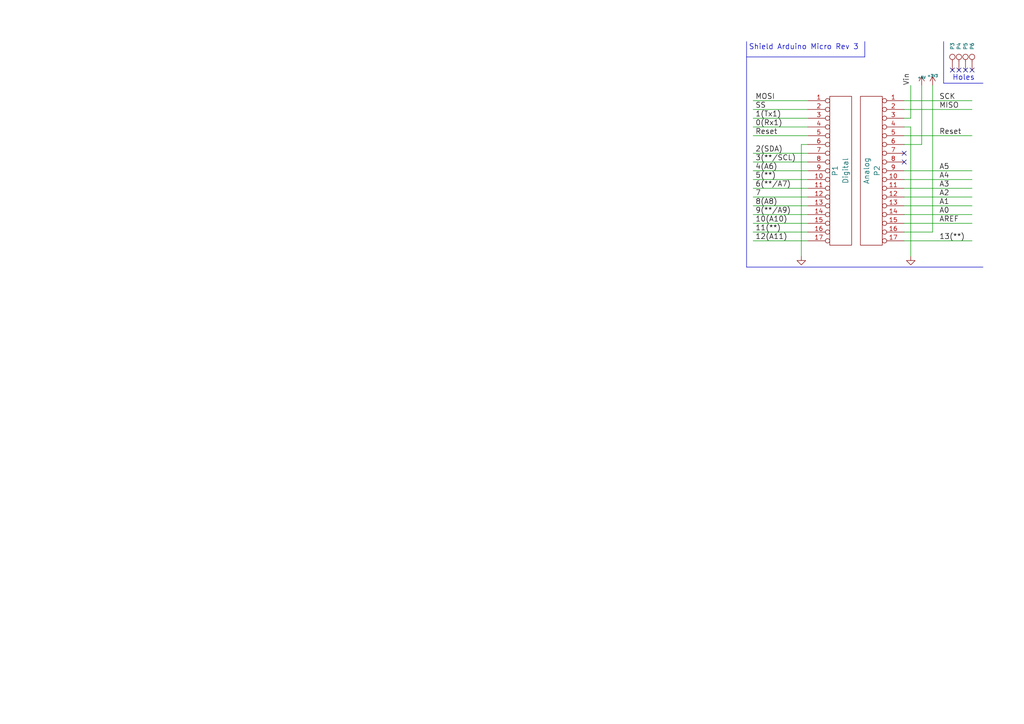
<source format=kicad_sch>
(kicad_sch (version 20230121) (generator eeschema)
  (paper "A4")
  (title_block (date "sam. 04 avril 2015"))
  (lib_symbols
    (symbol "Arduino_Micro-rescue:+3.3V" (power) (pin_names (offset 0))
      (property "Value" "+3.3V" (at 0 3.556 0))
      (symbol "+3.3V_0_1"
        (polyline (pts (xy -0.762 1.27) (xy 0 2.54)))
        (polyline (pts (xy 0 0) (xy 0 2.54)))
        (polyline (pts (xy 0 2.54) (xy 0.762 1.27)))
      )
      (symbol "+3.3V_1_1"
        (pin power_in line (at 0 0 90) (length 0) hide (name "+3V3") (number "1"))
      )
    )
    (symbol "Arduino_Micro-rescue:+5V" (power) (pin_names (offset 0))
      (property "Value" "+5V" (at 0 3.556 0))
      (symbol "+5V_0_1"
        (polyline (pts (xy -0.762 1.27) (xy 0 2.54)))
        (polyline (pts (xy 0 0) (xy 0 2.54)))
        (polyline (pts (xy 0 2.54) (xy 0.762 1.27)))
      )
      (symbol "+5V_1_1"
        (pin power_in line (at 0 0 90) (length 0) hide (name "+5V") (number "1"))
      )
    )
    (symbol "Arduino_Micro-rescue:CONN_1" (pin_numbers hide) (pin_names (offset 0.762) hide)
      (property "Reference" "P" (at 2.032 0 0))
      (symbol "CONN_1_0_1"
        (polyline (pts (xy -0.762 0) (xy -1.27 0)))
        (circle (center 0 0) (radius 0.7874))
      )
      (symbol "CONN_1_1_1"
        (pin passive line (at -3.81 0 0) (length 2.54) (name "1") (number "1"))
      )
    )
    (symbol "Arduino_Micro-rescue:CONN_17" (pin_names (offset 1.016) hide)
      (property "Reference" "P" (at -1.016 0 90))
      (property "Value" "CONN_17" (at 2.032 0 90))
      (symbol "CONN_17_0_1"
        (rectangle (start -2.54 21.59) (end 3.81 -21.59))
      )
      (symbol "CONN_17_1_1"
        (pin passive inverted (at -8.89 20.32 0) (length 6.35) (name "P1") (number "1"))
        (pin passive inverted (at -8.89 -2.54 0) (length 6.35) (name "P10") (number "10"))
        (pin passive inverted (at -8.89 -5.08 0) (length 6.35) (name "P11") (number "11"))
        (pin passive inverted (at -8.89 -7.62 0) (length 6.35) (name "P12") (number "12"))
        (pin passive inverted (at -8.89 -10.16 0) (length 6.35) (name "P13") (number "13"))
        (pin passive inverted (at -8.89 -12.7 0) (length 6.35) (name "P14") (number "14"))
        (pin passive inverted (at -8.89 -15.24 0) (length 6.35) (name "P15") (number "15"))
        (pin passive inverted (at -8.89 -17.78 0) (length 6.35) (name "P16") (number "16"))
        (pin passive inverted (at -8.89 -20.32 0) (length 6.35) (name "P17") (number "17"))
        (pin passive inverted (at -8.89 17.78 0) (length 6.35) (name "P2") (number "2"))
        (pin passive inverted (at -8.89 15.24 0) (length 6.35) (name "P3") (number "3"))
        (pin passive inverted (at -8.89 12.7 0) (length 6.35) (name "P4") (number "4"))
        (pin passive inverted (at -8.89 10.16 0) (length 6.35) (name "P5") (number "5"))
        (pin passive inverted (at -8.89 7.62 0) (length 6.35) (name "P6") (number "6"))
        (pin passive inverted (at -8.89 5.08 0) (length 6.35) (name "P7") (number "7"))
        (pin passive inverted (at -8.89 2.54 0) (length 6.35) (name "P8") (number "8"))
        (pin passive inverted (at -8.89 0 0) (length 6.35) (name "P9") (number "9"))
      )
    )
    (symbol "Arduino_Micro-rescue:GND" (power) (pin_names (offset 0))
      (property "Value" "GND" (at 0 -3.81 0))
      (symbol "GND_0_1"
        (polyline (pts (xy 0 0) (xy 0 -1.27) (xy 1.27 -1.27) (xy 0 -2.54) (xy -1.27 -1.27) (xy 0 -1.27)))
      )
      (symbol "GND_1_1"
        (pin power_in line (at 0 0 270) (length 0) hide (name "GND") (number "1"))
      )
    )
  )
  (no_connect (at 281.94 20.32))
  (no_connect (at 262.255 44.45))
  (no_connect (at 276.225 20.32))
  (no_connect (at 278.13 20.32))
  (no_connect (at 262.255 46.99))
  (no_connect (at 280.035 20.32))
  (wire (pts (xy 218.44 29.21) (xy 234.315 29.21)))
  (wire (pts (xy 218.44 52.07) (xy 234.315 52.07)))
  (wire (pts (xy 267.335 24.765) (xy 267.335 41.91)))
  (wire (pts (xy 262.255 39.37) (xy 281.94 39.37)))
  (wire (pts (xy 262.255 36.83) (xy 264.16 36.83)))
  (wire (pts (xy 218.44 64.77) (xy 234.315 64.77)))
  (wire (pts (xy 262.255 54.61) (xy 281.94 54.61)))
  (polyline (pts (xy 273.685 12.065) (xy 273.685 24.13)))
  (wire (pts (xy 262.255 29.21) (xy 281.94 29.21)))
  (wire (pts (xy 264.16 36.83) (xy 264.16 74.295)))
  (wire (pts (xy 218.44 69.85) (xy 234.315 69.85)))
  (wire (pts (xy 218.44 31.75) (xy 234.315 31.75)))
  (wire (pts (xy 232.41 41.91) (xy 234.315 41.91)))
  (wire (pts (xy 218.44 44.45) (xy 234.315 44.45)))
  (wire (pts (xy 270.51 24.765) (xy 270.51 67.31)))
  (polyline (pts (xy 273.685 24.13) (xy 285.115 24.13)))
  (wire (pts (xy 264.16 34.29) (xy 262.255 34.29)))
  (wire (pts (xy 218.44 59.69) (xy 234.315 59.69)))
  (wire (pts (xy 218.44 49.53) (xy 234.315 49.53)))
  (wire (pts (xy 218.44 62.23) (xy 234.315 62.23)))
  (wire (pts (xy 218.44 54.61) (xy 234.315 54.61)))
  (wire (pts (xy 262.255 49.53) (xy 281.94 49.53)))
  (wire (pts (xy 262.255 64.77) (xy 281.94 64.77)))
  (wire (pts (xy 262.255 31.75) (xy 281.94 31.75)))
  (wire (pts (xy 270.51 67.31) (xy 262.255 67.31)))
  (polyline (pts (xy 216.535 77.47) (xy 216.535 12.065)))
  (wire (pts (xy 218.44 57.15) (xy 234.315 57.15)))
  (wire (pts (xy 262.255 57.15) (xy 281.94 57.15)))
  (wire (pts (xy 218.44 36.83) (xy 234.315 36.83)))
  (polyline (pts (xy 216.535 16.51) (xy 250.825 16.51)))
  (wire (pts (xy 218.44 67.31) (xy 234.315 67.31)))
  (wire (pts (xy 218.44 34.29) (xy 234.315 34.29)))
  (wire (pts (xy 218.44 46.99) (xy 234.315 46.99)))
  (wire (pts (xy 267.335 41.91) (xy 262.255 41.91)))
  (wire (pts (xy 262.255 69.85) (xy 281.94 69.85)))
  (wire (pts (xy 262.255 62.23) (xy 281.94 62.23)))
  (polyline (pts (xy 285.115 77.47) (xy 216.535 77.47)))
  (polyline (pts (xy 250.825 16.51) (xy 250.825 12.065)))
  (wire (pts (xy 218.44 39.37) (xy 234.315 39.37)))
  (wire (pts (xy 262.255 52.07) (xy 281.94 52.07)))
  (wire (pts (xy 264.16 24.765) (xy 264.16 34.29)))
  (wire (pts (xy 232.41 41.91) (xy 232.41 74.295)))
  (wire (pts (xy 262.255 59.69) (xy 281.94 59.69)))
  (text "Holes" (at 276.225 23.495 0) (effects (font (size 1.524 1.524)) (justify left bottom)))
  (text "Shield Arduino Micro Rev 3" (at 217.17 14.605 0) (effects (font (size 1.524 1.524)) (justify left bottom)))
  (label "7" (at 219.075 57.15 0) (effects (font (size 1.524 1.524))))
  (label "Vin" (at 264.16 24.765 90) (effects (font (size 1.524 1.524))))
  (label "Reset" (at 272.415 39.37 0) (effects (font (size 1.524 1.524))))
  (label "A4" (at 272.415 52.07 0) (effects (font (size 1.524 1.524))))
  (label "A1" (at 272.415 59.69 0) (effects (font (size 1.524 1.524))))
  (label "2(SDA)" (at 219.075 44.45 0) (effects (font (size 1.524 1.524))))
  (label "8(A8)" (at 219.075 59.69 0) (effects (font (size 1.524 1.524))))
  (label "3(**/SCL)" (at 219.075 46.99 0) (effects (font (size 1.524 1.524))))
  (label "1(Tx1)" (at 219.075 34.29 0) (effects (font (size 1.524 1.524))))
  (label "13(**)" (at 272.415 69.85 0) (effects (font (size 1.524 1.524))))
  (label "A2" (at 272.415 57.15 0) (effects (font (size 1.524 1.524))))
  (label "12(A11)" (at 219.075 69.85 0) (effects (font (size 1.524 1.524))))
  (label "MISO" (at 272.415 31.75 0) (effects (font (size 1.524 1.524))))
  (label "10(A10)" (at 219.075 64.77 0) (effects (font (size 1.524 1.524))))
  (label "5(**)" (at 219.075 52.07 0) (effects (font (size 1.524 1.524))))
  (label "9(**/A9)" (at 219.075 62.23 0) (effects (font (size 1.524 1.524))))
  (label "SS" (at 219.075 31.75 0) (effects (font (size 1.524 1.524))))
  (label "MOSI" (at 219.075 29.21 0) (effects (font (size 1.524 1.524))))
  (label "A3" (at 272.415 54.61 0) (effects (font (size 1.524 1.524))))
  (label "11(**)" (at 219.075 67.31 0) (effects (font (size 1.524 1.524))))
  (label "A5" (at 272.415 49.53 0) (effects (font (size 1.524 1.524))))
  (label "6(**/A7)" (at 219.075 54.61 0) (effects (font (size 1.524 1.524))))
  (label "AREF" (at 272.415 64.77 0) (effects (font (size 1.524 1.524))))
  (label "A0" (at 272.415 62.23 0) (effects (font (size 1.524 1.524))))
  (label "0(Rx1)" (at 219.075 36.83 0) (effects (font (size 1.524 1.524))))
  (label "SCK" (at 272.415 29.21 0) (effects (font (size 1.524 1.524))))
  (label "4(A6)" (at 219.075 49.53 0) (effects (font (size 1.524 1.524))))
  (label "Reset" (at 219.075 39.37 0) (effects (font (size 1.524 1.524))))
  (symbol (lib_id "Arduino_Micro-rescue:CONN_1") (at 276.225 16.51 90) (unit 1)
    (property "Reference" "P3" (at 276.225 14.478 0) (effects (font (size 1.016 1.016)) (justify left)))
    (property "Value" "CONN_1" (effects hide))
    (property "Footprint" "Socket_Arduino_Micro:1pin_Micro" (effects hide))
  )
  (symbol (lib_id "Arduino_Micro-rescue:CONN_1") (at 278.13 16.51 90) (unit 1)
    (property "Reference" "P4" (at 278.13 14.478 0) (effects (font (size 1.016 1.016)) (justify left)))
    (property "Value" "CONN_1" (effects hide))
    (property "Footprint" "Socket_Arduino_Micro:1pin_Micro" (effects hide))
  )
  (symbol (lib_id "Arduino_Micro-rescue:CONN_1") (at 280.035 16.51 90) (unit 1)
    (property "Reference" "P5" (at 280.035 14.478 0) (effects (font (size 1.016 1.016)) (justify left)))
    (property "Value" "CONN_1" (effects hide))
    (property "Footprint" "Socket_Arduino_Micro:1pin_Micro" (effects hide))
  )
  (symbol (lib_id "Arduino_Micro-rescue:CONN_1") (at 281.94 16.51 90) (unit 1)
    (property "Reference" "P6" (at 281.94 14.478 0) (effects (font (size 1.016 1.016)) (justify left)))
    (property "Value" "CONN_1" (effects hide))
    (property "Footprint" "Socket_Arduino_Micro:1pin_Micro" (effects hide))
  )
  (symbol (lib_id "Arduino_Micro-rescue:CONN_17") (at 243.205 49.53 0) (unit 1)
    (property "Reference" "P1" (at 242.189 49.53 90) (effects (font (size 1.524 1.524))))
    (property "Value" "Digital" (at 245.237 49.53 90) (effects (font (size 1.524 1.524))))
    (property "Footprint" "Socket_Arduino_Micro:Socket_Strip_Arduino_1x17" (effects hide))
  )
  (symbol (lib_id "Arduino_Micro-rescue:CONN_17") (at 253.365 49.53 0) (mirror y) (unit 1)
    (property "Reference" "P2" (at 254.381 49.53 90) (effects (font (size 1.524 1.524))))
    (property "Value" "Analog" (at 251.333 49.53 90) (effects (font (size 1.524 1.524))))
    (property "Footprint" "Socket_Arduino_Micro:Socket_Strip_Arduino_1x17" (effects hide))
  )
  (symbol (lib_id "Arduino_Micro-rescue:GND") (at 232.41 74.295 0) (unit 1)
    (property "Reference" "#PWR01" (effects hide))
    (property "Value" "GND" (effects hide))
  )
  (symbol (lib_id "Arduino_Micro-rescue:GND") (at 264.16 74.295 0) (unit 1)
    (property "Reference" "#PWR02" (effects hide))
    (property "Value" "GND" (effects hide))
  )
  (symbol (lib_id "Arduino_Micro-rescue:+5V") (at 267.335 24.765 0) (unit 1)
    (property "Reference" "#PWR03" (effects hide))
    (property "Value" "+5V" (at 267.335 22.479 0) (effects (font (size 0.762 0.762))))
  )
  (symbol (lib_id "Arduino_Micro-rescue:+3.3V") (at 270.51 24.765 0) (unit 1)
    (property "Reference" "#PWR04" (effects hide))
    (property "Value" "+3.3V" (at 270.51 21.971 0) (effects (font (size 0.762 0.762))))
  )
)
</source>
